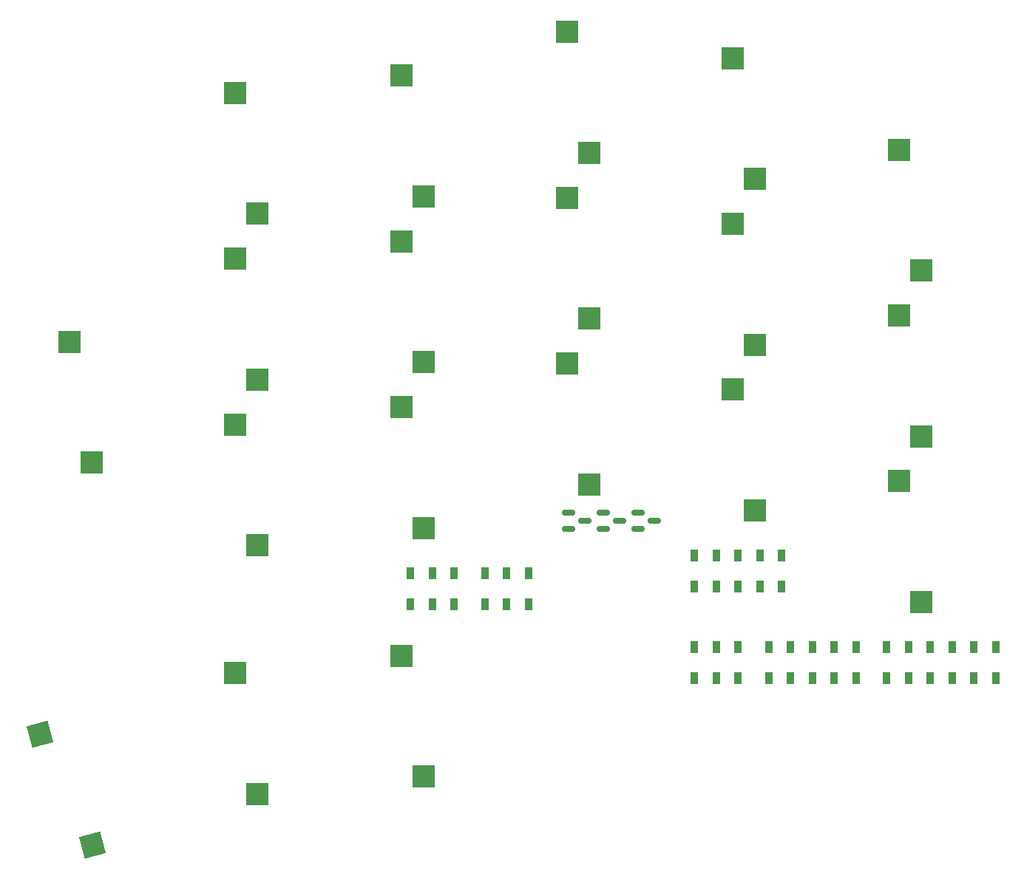
<source format=gbr>
%TF.GenerationSoftware,KiCad,Pcbnew,9.0.4*%
%TF.CreationDate,2025-10-31T22:45:31+09:00*%
%TF.ProjectId,KeeNoard-SMD,4b65654e-6f61-4726-942d-534d442e6b69,rev?*%
%TF.SameCoordinates,Original*%
%TF.FileFunction,Paste,Bot*%
%TF.FilePolarity,Positive*%
%FSLAX46Y46*%
G04 Gerber Fmt 4.6, Leading zero omitted, Abs format (unit mm)*
G04 Created by KiCad (PCBNEW 9.0.4) date 2025-10-31 22:45:31*
%MOMM*%
%LPD*%
G01*
G04 APERTURE LIST*
G04 Aperture macros list*
%AMRoundRect*
0 Rectangle with rounded corners*
0 $1 Rounding radius*
0 $2 $3 $4 $5 $6 $7 $8 $9 X,Y pos of 4 corners*
0 Add a 4 corners polygon primitive as box body*
4,1,4,$2,$3,$4,$5,$6,$7,$8,$9,$2,$3,0*
0 Add four circle primitives for the rounded corners*
1,1,$1+$1,$2,$3*
1,1,$1+$1,$4,$5*
1,1,$1+$1,$6,$7*
1,1,$1+$1,$8,$9*
0 Add four rect primitives between the rounded corners*
20,1,$1+$1,$2,$3,$4,$5,0*
20,1,$1+$1,$4,$5,$6,$7,0*
20,1,$1+$1,$6,$7,$8,$9,0*
20,1,$1+$1,$8,$9,$2,$3,0*%
%AMRotRect*
0 Rectangle, with rotation*
0 The origin of the aperture is its center*
0 $1 length*
0 $2 width*
0 $3 Rotation angle, in degrees counterclockwise*
0 Add horizontal line*
21,1,$1,$2,0,0,$3*%
G04 Aperture macros list end*
%ADD10R,0.940000X1.400000*%
%ADD11R,2.500000X2.550000*%
%ADD12RoundRect,0.150000X0.587500X0.150000X-0.587500X0.150000X-0.587500X-0.150000X0.587500X-0.150000X0*%
%ADD13RotRect,2.550000X2.500000X285.000000*%
G04 APERTURE END LIST*
D10*
%TO.C,D10*%
X116999998Y-100274998D03*
X117000002Y-96725002D03*
%TD*%
%TO.C,D+2*%
X82000000Y-91774998D03*
X81999996Y-88225002D03*
%TD*%
%TO.C,D11*%
X116999998Y-89774998D03*
X117000002Y-86225002D03*
%TD*%
D11*
%TO.C,SW6*%
X59420000Y-99710000D03*
X61960000Y-113560000D03*
%TD*%
%TO.C,SW3*%
X59420000Y-33210000D03*
X61960000Y-47060000D03*
%TD*%
D10*
%TO.C,D13*%
X141499994Y-100274995D03*
X141499998Y-96724999D03*
%TD*%
D11*
%TO.C,SW4*%
X59420000Y-52210000D03*
X61960000Y-66060000D03*
%TD*%
D10*
%TO.C,D14*%
X119499995Y-89775003D03*
X119499999Y-86225007D03*
%TD*%
D11*
%TO.C,SW13*%
X97420000Y-64210000D03*
X99960000Y-78060000D03*
%TD*%
D10*
%TO.C,D8*%
X122999998Y-100274998D03*
X123000002Y-96725002D03*
%TD*%
D11*
%TO.C,SW5*%
X59420000Y-71210000D03*
X61960000Y-85060000D03*
%TD*%
D10*
%TO.C,D3*%
X111999999Y-89775001D03*
X112000003Y-86225005D03*
%TD*%
%TO.C,D4*%
X120499998Y-100274998D03*
X120500002Y-96725002D03*
%TD*%
%TO.C,D+3*%
X79499998Y-91774998D03*
X79499994Y-88225002D03*
%TD*%
D11*
%TO.C,SW12*%
X97420000Y-45210000D03*
X99960000Y-59060000D03*
%TD*%
%TO.C,SW15*%
X116420000Y-48210000D03*
X118960000Y-62060000D03*
%TD*%
%TO.C,SW10*%
X78420000Y-97710000D03*
X80960000Y-111560000D03*
%TD*%
%TO.C,SW19*%
X135420000Y-77710000D03*
X137960000Y-91560000D03*
%TD*%
D10*
%TO.C,D17*%
X121999996Y-89775002D03*
X122000000Y-86225006D03*
%TD*%
D11*
%TO.C,SW8*%
X78420000Y-50210000D03*
X80960000Y-64060000D03*
%TD*%
D10*
%TO.C,D+1*%
X84499999Y-91775000D03*
X84499995Y-88225004D03*
%TD*%
D11*
%TO.C,SW11*%
X97420000Y-26210000D03*
X99960000Y-40060000D03*
%TD*%
D12*
%TO.C,Q3*%
X107437500Y-82250000D03*
X107437500Y-82250000D03*
X105562500Y-83200000D03*
X105562500Y-83200000D03*
X105562500Y-81300000D03*
X105562500Y-81300000D03*
%TD*%
D10*
%TO.C,D6*%
X114499998Y-100274998D03*
X114500002Y-96725002D03*
%TD*%
D12*
%TO.C,Q2*%
X103437500Y-82250000D03*
X103437500Y-82250000D03*
X101562500Y-83200000D03*
X101562500Y-83200000D03*
X101562500Y-81300000D03*
X101562500Y-81300000D03*
%TD*%
D11*
%TO.C,SW16*%
X116420000Y-67210000D03*
X118960000Y-81060000D03*
%TD*%
%TO.C,SW9*%
X78420000Y-69210000D03*
X80960000Y-83060000D03*
%TD*%
D10*
%TO.C,D7*%
X114499999Y-89775001D03*
X114500003Y-86225005D03*
%TD*%
D11*
%TO.C,SW17*%
X135420000Y-39710000D03*
X137960000Y-53560000D03*
%TD*%
D10*
%TO.C,D16*%
X143999993Y-100274999D03*
X143999997Y-96725003D03*
%TD*%
D11*
%TO.C,SW1*%
X40420000Y-61710000D03*
X42960000Y-75560000D03*
%TD*%
D10*
%TO.C,D19*%
X146499996Y-100274996D03*
X146500000Y-96725000D03*
%TD*%
%TO.C,D9*%
X138999997Y-100274998D03*
X139000001Y-96725002D03*
%TD*%
D11*
%TO.C,SW7*%
X78420000Y-31210000D03*
X80960000Y-45060000D03*
%TD*%
D10*
%TO.C,D5*%
X136499998Y-100275001D03*
X136500002Y-96725005D03*
%TD*%
D11*
%TO.C,SW18*%
X135420000Y-58710000D03*
X137960000Y-72560000D03*
%TD*%
D13*
%TO.C,SW2*%
X37054796Y-106728720D03*
X43092891Y-119449393D03*
%TD*%
D11*
%TO.C,SW14*%
X116420000Y-29210000D03*
X118960000Y-43060000D03*
%TD*%
D12*
%TO.C,Q1*%
X99437500Y-82250000D03*
X99437500Y-82250000D03*
X97562500Y-83200000D03*
X97562500Y-83200000D03*
X97562500Y-81300000D03*
X97562500Y-81300000D03*
%TD*%
D10*
%TO.C,D1*%
X133999997Y-100274998D03*
X134000001Y-96725002D03*
%TD*%
%TO.C,D++1*%
X88000000Y-91775001D03*
X88000004Y-88225005D03*
%TD*%
%TO.C,D15*%
X127999997Y-100274998D03*
X128000001Y-96725002D03*
%TD*%
%TO.C,D12*%
X125499998Y-100274994D03*
X125500002Y-96724998D03*
%TD*%
%TO.C,D++2*%
X90499998Y-91774997D03*
X90500002Y-88225001D03*
%TD*%
%TO.C,D18*%
X130499997Y-100274994D03*
X130500001Y-96724998D03*
%TD*%
%TO.C,D++3*%
X93000002Y-91774999D03*
X93000006Y-88225003D03*
%TD*%
%TO.C,D2*%
X111999998Y-100274998D03*
X112000002Y-96725002D03*
%TD*%
M02*

</source>
